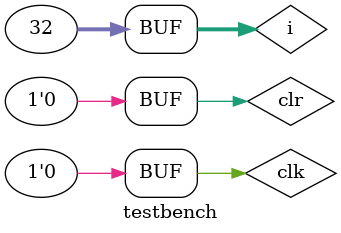
<source format=v>

module SR_Latch(
    output Q,
    output NQ,
    input S,
    input R
);

    nor #1 nor1(NQ, S, Q);
    nor #1 nor2(Q, R, NQ);

endmodule

module struct_T_FF(
    output Q,
    output NQ,
    input clk,
    input T,
    input clr
);

    wire wMs, wMr, wORclr, wSs, wSr, wNclk, wP, wNP;

    not #1 not1(wNclk, clk);

    and #1 and1(wMs, NQ, T, wNclk);
    and #1 and2(wMr, Q, T, wNclk);
    or #1 or1(wORclr, wMr, clr);

    SR_Latch masterSR(wP, wNP, wMs, wORclr);
    
    and #1 and3(wSs, wP, clk);
    and #1 and4(wSr, wNP, clk);

    SR_Latch slaveSR(Q, NQ, wSs, wSr);
    
endmodule

module counter(
    output [3:0] Q,
    input clk,
    input clr
);

    wire Tc, Td;
    wire [3:0] nQ;

    and #1 and1(Tc, Q[0], Q[1]);
    and #1 and2(Td, Q[0], Q[1], Q[2]);

    struct_T_FF t_flip1(Q[0], nQ[0], clk, 1'b1, clr);
    struct_T_FF t_flip2(Q[1], nQ[1], clk, Q[0], clr);
    struct_T_FF t_flip3(Q[2], nQ[2], clk, Tc, clr);
    struct_T_FF t_flip4(Q[3], nQ[3], clk, Td, clr);

endmodule

module testbench;

    reg clk, clr;
    wire [3:0] Q;

    integer i;

    counter counter1(Q, clk, clr);
    

    /* Clock Signal */
	initial begin
		clk = 1'b0;
		#50;
		for (i=0; i<32; i++) begin
			clk = ~clk;
			#50;
		end
	end

    initial begin
		/* Start with all zeros */
        clr = 1'b1;
        #100
        clr = 1'b0;
	end


    initial begin
        $dumpfile("prob1.vcd");
        $dumpvars(0, testbench);     
    end

endmodule

</source>
